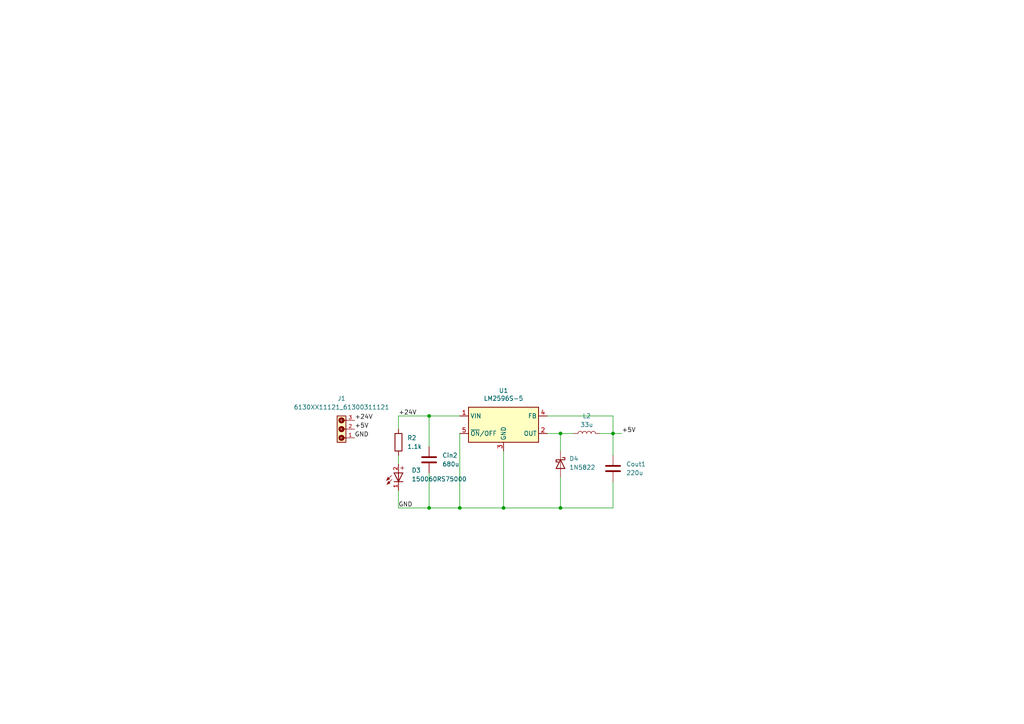
<source format=kicad_sch>
(kicad_sch
	(version 20231120)
	(generator "eeschema")
	(generator_version "8.0")
	(uuid "9de36bfe-c762-477b-8d83-06055f86edcf")
	(paper "A4")
	(lib_symbols
		(symbol "6130XX11121_61300311121:6130XX11121_61300311121"
			(pin_names
				(offset 1.016)
			)
			(exclude_from_sim no)
			(in_bom yes)
			(on_board yes)
			(property "Reference" "J"
				(at -5.08 -1.778 0)
				(effects
					(font
						(size 1.27 1.27)
					)
					(justify right bottom)
				)
			)
			(property "Value" "6130XX11121_61300311121"
				(at -5.08 -5.08 0)
				(effects
					(font
						(size 1.27 1.27)
					)
					(justify right bottom)
				)
			)
			(property "Footprint" "6130XX11121_61300311121:61300311121"
				(at 0 0 0)
				(effects
					(font
						(size 1.27 1.27)
					)
					(justify bottom)
					(hide yes)
				)
			)
			(property "Datasheet" ""
				(at 0 0 0)
				(effects
					(font
						(size 1.27 1.27)
					)
					(hide yes)
				)
			)
			(property "Description" ""
				(at 0 0 0)
				(effects
					(font
						(size 1.27 1.27)
					)
					(hide yes)
				)
			)
			(property "ROWS" "Single"
				(at 0 0 0)
				(effects
					(font
						(size 1.27 1.27)
					)
					(justify bottom)
					(hide yes)
				)
			)
			(property "GENDER" "Pin Header"
				(at 0 0 0)
				(effects
					(font
						(size 1.27 1.27)
					)
					(justify bottom)
					(hide yes)
				)
			)
			(property "MOUNT" "THT"
				(at 0 0 0)
				(effects
					(font
						(size 1.27 1.27)
					)
					(justify bottom)
					(hide yes)
				)
			)
			(property "IR" "3A"
				(at 0 0 0)
				(effects
					(font
						(size 1.27 1.27)
					)
					(justify bottom)
					(hide yes)
				)
			)
			(property "VALUE" "61300311121"
				(at 0 0 0)
				(effects
					(font
						(size 1.27 1.27)
					)
					(justify bottom)
					(hide yes)
				)
			)
			(property "PACKAGING" "Bag"
				(at 0 0 0)
				(effects
					(font
						(size 1.27 1.27)
					)
					(justify bottom)
					(hide yes)
				)
			)
			(property "PART-NUMBER" "61300311121"
				(at 0 0 0)
				(effects
					(font
						(size 1.27 1.27)
					)
					(justify bottom)
					(hide yes)
				)
			)
			(property "DATASHEET-URL" "https://www.we-online.com/redexpert/spec/61300311121?ae"
				(at 0 0 0)
				(effects
					(font
						(size 1.27 1.27)
					)
					(justify bottom)
					(hide yes)
				)
			)
			(property "PITCH" "2.54mm"
				(at 0 0 0)
				(effects
					(font
						(size 1.27 1.27)
					)
					(justify bottom)
					(hide yes)
				)
			)
			(property "PINS" "3"
				(at 0 0 0)
				(effects
					(font
						(size 1.27 1.27)
					)
					(justify bottom)
					(hide yes)
				)
			)
			(property "TYPE" "Straight"
				(at 0 0 0)
				(effects
					(font
						(size 1.27 1.27)
					)
					(justify bottom)
					(hide yes)
				)
			)
			(symbol "6130XX11121_61300311121_0_0"
				(rectangle
					(start -3.81 -2.54)
					(end 3.81 0)
					(stroke
						(width 0.254)
						(type default)
					)
					(fill
						(type background)
					)
				)
				(circle
					(center -2.54 -1.27)
					(radius 0.254)
					(stroke
						(width 0.635)
						(type default)
					)
					(fill
						(type none)
					)
				)
				(circle
					(center 0 -1.27)
					(radius 0.254)
					(stroke
						(width 0.635)
						(type default)
					)
					(fill
						(type none)
					)
				)
				(polyline
					(pts
						(xy -2.54 -1.27) (xy -2.54 -2.54)
					)
					(stroke
						(width 0.254)
						(type default)
					)
					(fill
						(type none)
					)
				)
				(polyline
					(pts
						(xy 0 -1.27) (xy 0 -2.54)
					)
					(stroke
						(width 0.254)
						(type default)
					)
					(fill
						(type none)
					)
				)
				(polyline
					(pts
						(xy 2.54 -1.27) (xy 2.54 -2.54)
					)
					(stroke
						(width 0.254)
						(type default)
					)
					(fill
						(type none)
					)
				)
				(circle
					(center 2.54 -1.27)
					(radius 0.254)
					(stroke
						(width 0.635)
						(type default)
					)
					(fill
						(type none)
					)
				)
				(pin passive line
					(at -2.54 -5.08 90)
					(length 2.54)
					(name "~"
						(effects
							(font
								(size 1.016 1.016)
							)
						)
					)
					(number "1"
						(effects
							(font
								(size 1.016 1.016)
							)
						)
					)
				)
				(pin passive line
					(at 0 -5.08 90)
					(length 2.54)
					(name "~"
						(effects
							(font
								(size 1.016 1.016)
							)
						)
					)
					(number "2"
						(effects
							(font
								(size 1.016 1.016)
							)
						)
					)
				)
				(pin passive line
					(at 2.54 -5.08 90)
					(length 2.54)
					(name "~"
						(effects
							(font
								(size 1.016 1.016)
							)
						)
					)
					(number "3"
						(effects
							(font
								(size 1.016 1.016)
							)
						)
					)
				)
			)
		)
		(symbol "Device:C"
			(pin_numbers hide)
			(pin_names
				(offset 0.254)
			)
			(exclude_from_sim no)
			(in_bom yes)
			(on_board yes)
			(property "Reference" "C"
				(at 0.635 2.54 0)
				(effects
					(font
						(size 1.27 1.27)
					)
					(justify left)
				)
			)
			(property "Value" "C"
				(at 0.635 -2.54 0)
				(effects
					(font
						(size 1.27 1.27)
					)
					(justify left)
				)
			)
			(property "Footprint" ""
				(at 0.9652 -3.81 0)
				(effects
					(font
						(size 1.27 1.27)
					)
					(hide yes)
				)
			)
			(property "Datasheet" "~"
				(at 0 0 0)
				(effects
					(font
						(size 1.27 1.27)
					)
					(hide yes)
				)
			)
			(property "Description" "Unpolarized capacitor"
				(at 0 0 0)
				(effects
					(font
						(size 1.27 1.27)
					)
					(hide yes)
				)
			)
			(property "ki_keywords" "cap capacitor"
				(at 0 0 0)
				(effects
					(font
						(size 1.27 1.27)
					)
					(hide yes)
				)
			)
			(property "ki_fp_filters" "C_*"
				(at 0 0 0)
				(effects
					(font
						(size 1.27 1.27)
					)
					(hide yes)
				)
			)
			(symbol "C_0_1"
				(polyline
					(pts
						(xy -2.032 -0.762) (xy 2.032 -0.762)
					)
					(stroke
						(width 0.508)
						(type default)
					)
					(fill
						(type none)
					)
				)
				(polyline
					(pts
						(xy -2.032 0.762) (xy 2.032 0.762)
					)
					(stroke
						(width 0.508)
						(type default)
					)
					(fill
						(type none)
					)
				)
			)
			(symbol "C_1_1"
				(pin passive line
					(at 0 3.81 270)
					(length 2.794)
					(name "~"
						(effects
							(font
								(size 1.27 1.27)
							)
						)
					)
					(number "1"
						(effects
							(font
								(size 1.27 1.27)
							)
						)
					)
				)
				(pin passive line
					(at 0 -3.81 90)
					(length 2.794)
					(name "~"
						(effects
							(font
								(size 1.27 1.27)
							)
						)
					)
					(number "2"
						(effects
							(font
								(size 1.27 1.27)
							)
						)
					)
				)
			)
		)
		(symbol "Device:L"
			(pin_numbers hide)
			(pin_names
				(offset 1.016) hide)
			(exclude_from_sim no)
			(in_bom yes)
			(on_board yes)
			(property "Reference" "L"
				(at -1.27 0 90)
				(effects
					(font
						(size 1.27 1.27)
					)
				)
			)
			(property "Value" "L"
				(at 1.905 0 90)
				(effects
					(font
						(size 1.27 1.27)
					)
				)
			)
			(property "Footprint" ""
				(at 0 0 0)
				(effects
					(font
						(size 1.27 1.27)
					)
					(hide yes)
				)
			)
			(property "Datasheet" "~"
				(at 0 0 0)
				(effects
					(font
						(size 1.27 1.27)
					)
					(hide yes)
				)
			)
			(property "Description" "Inductor"
				(at 0 0 0)
				(effects
					(font
						(size 1.27 1.27)
					)
					(hide yes)
				)
			)
			(property "ki_keywords" "inductor choke coil reactor magnetic"
				(at 0 0 0)
				(effects
					(font
						(size 1.27 1.27)
					)
					(hide yes)
				)
			)
			(property "ki_fp_filters" "Choke_* *Coil* Inductor_* L_*"
				(at 0 0 0)
				(effects
					(font
						(size 1.27 1.27)
					)
					(hide yes)
				)
			)
			(symbol "L_0_1"
				(arc
					(start 0 -2.54)
					(mid 0.6323 -1.905)
					(end 0 -1.27)
					(stroke
						(width 0)
						(type default)
					)
					(fill
						(type none)
					)
				)
				(arc
					(start 0 -1.27)
					(mid 0.6323 -0.635)
					(end 0 0)
					(stroke
						(width 0)
						(type default)
					)
					(fill
						(type none)
					)
				)
				(arc
					(start 0 0)
					(mid 0.6323 0.635)
					(end 0 1.27)
					(stroke
						(width 0)
						(type default)
					)
					(fill
						(type none)
					)
				)
				(arc
					(start 0 1.27)
					(mid 0.6323 1.905)
					(end 0 2.54)
					(stroke
						(width 0)
						(type default)
					)
					(fill
						(type none)
					)
				)
			)
			(symbol "L_1_1"
				(pin passive line
					(at 0 3.81 270)
					(length 1.27)
					(name "1"
						(effects
							(font
								(size 1.27 1.27)
							)
						)
					)
					(number "1"
						(effects
							(font
								(size 1.27 1.27)
							)
						)
					)
				)
				(pin passive line
					(at 0 -3.81 90)
					(length 1.27)
					(name "2"
						(effects
							(font
								(size 1.27 1.27)
							)
						)
					)
					(number "2"
						(effects
							(font
								(size 1.27 1.27)
							)
						)
					)
				)
			)
		)
		(symbol "Device:R"
			(pin_numbers hide)
			(pin_names
				(offset 0)
			)
			(exclude_from_sim no)
			(in_bom yes)
			(on_board yes)
			(property "Reference" "R"
				(at 2.032 0 90)
				(effects
					(font
						(size 1.27 1.27)
					)
				)
			)
			(property "Value" "R"
				(at 0 0 90)
				(effects
					(font
						(size 1.27 1.27)
					)
				)
			)
			(property "Footprint" ""
				(at -1.778 0 90)
				(effects
					(font
						(size 1.27 1.27)
					)
					(hide yes)
				)
			)
			(property "Datasheet" "~"
				(at 0 0 0)
				(effects
					(font
						(size 1.27 1.27)
					)
					(hide yes)
				)
			)
			(property "Description" "Resistor"
				(at 0 0 0)
				(effects
					(font
						(size 1.27 1.27)
					)
					(hide yes)
				)
			)
			(property "ki_keywords" "R res resistor"
				(at 0 0 0)
				(effects
					(font
						(size 1.27 1.27)
					)
					(hide yes)
				)
			)
			(property "ki_fp_filters" "R_*"
				(at 0 0 0)
				(effects
					(font
						(size 1.27 1.27)
					)
					(hide yes)
				)
			)
			(symbol "R_0_1"
				(rectangle
					(start -1.016 -2.54)
					(end 1.016 2.54)
					(stroke
						(width 0.254)
						(type default)
					)
					(fill
						(type none)
					)
				)
			)
			(symbol "R_1_1"
				(pin passive line
					(at 0 3.81 270)
					(length 1.27)
					(name "~"
						(effects
							(font
								(size 1.27 1.27)
							)
						)
					)
					(number "1"
						(effects
							(font
								(size 1.27 1.27)
							)
						)
					)
				)
				(pin passive line
					(at 0 -3.81 90)
					(length 1.27)
					(name "~"
						(effects
							(font
								(size 1.27 1.27)
							)
						)
					)
					(number "2"
						(effects
							(font
								(size 1.27 1.27)
							)
						)
					)
				)
			)
		)
		(symbol "Diode:1N5822"
			(pin_numbers hide)
			(pin_names
				(offset 1.016) hide)
			(exclude_from_sim no)
			(in_bom yes)
			(on_board yes)
			(property "Reference" "D"
				(at 0 2.54 0)
				(effects
					(font
						(size 1.27 1.27)
					)
				)
			)
			(property "Value" "1N5822"
				(at 0 -2.54 0)
				(effects
					(font
						(size 1.27 1.27)
					)
				)
			)
			(property "Footprint" "Diode_THT:D_DO-201AD_P15.24mm_Horizontal"
				(at 0 -4.445 0)
				(effects
					(font
						(size 1.27 1.27)
					)
					(hide yes)
				)
			)
			(property "Datasheet" "http://www.vishay.com/docs/88526/1n5820.pdf"
				(at 0 0 0)
				(effects
					(font
						(size 1.27 1.27)
					)
					(hide yes)
				)
			)
			(property "Description" "40V 3A Schottky Barrier Rectifier Diode, DO-201AD"
				(at 0 0 0)
				(effects
					(font
						(size 1.27 1.27)
					)
					(hide yes)
				)
			)
			(property "ki_keywords" "diode Schottky"
				(at 0 0 0)
				(effects
					(font
						(size 1.27 1.27)
					)
					(hide yes)
				)
			)
			(property "ki_fp_filters" "D*DO?201AD*"
				(at 0 0 0)
				(effects
					(font
						(size 1.27 1.27)
					)
					(hide yes)
				)
			)
			(symbol "1N5822_0_1"
				(polyline
					(pts
						(xy 1.27 0) (xy -1.27 0)
					)
					(stroke
						(width 0)
						(type default)
					)
					(fill
						(type none)
					)
				)
				(polyline
					(pts
						(xy 1.27 1.27) (xy 1.27 -1.27) (xy -1.27 0) (xy 1.27 1.27)
					)
					(stroke
						(width 0.254)
						(type default)
					)
					(fill
						(type none)
					)
				)
				(polyline
					(pts
						(xy -1.905 0.635) (xy -1.905 1.27) (xy -1.27 1.27) (xy -1.27 -1.27) (xy -0.635 -1.27) (xy -0.635 -0.635)
					)
					(stroke
						(width 0.254)
						(type default)
					)
					(fill
						(type none)
					)
				)
			)
			(symbol "1N5822_1_1"
				(pin passive line
					(at -3.81 0 0)
					(length 2.54)
					(name "K"
						(effects
							(font
								(size 1.27 1.27)
							)
						)
					)
					(number "1"
						(effects
							(font
								(size 1.27 1.27)
							)
						)
					)
				)
				(pin passive line
					(at 3.81 0 180)
					(length 2.54)
					(name "A"
						(effects
							(font
								(size 1.27 1.27)
							)
						)
					)
					(number "2"
						(effects
							(font
								(size 1.27 1.27)
							)
						)
					)
				)
			)
		)
		(symbol "Regulator_Switching:LM2596S-5"
			(exclude_from_sim no)
			(in_bom yes)
			(on_board yes)
			(property "Reference" "U"
				(at -10.16 6.35 0)
				(effects
					(font
						(size 1.27 1.27)
					)
					(justify left)
				)
			)
			(property "Value" "LM2596S-5"
				(at 0 6.35 0)
				(effects
					(font
						(size 1.27 1.27)
					)
					(justify left)
				)
			)
			(property "Footprint" "Package_TO_SOT_SMD:TO-263-5_TabPin3"
				(at 1.27 -6.35 0)
				(effects
					(font
						(size 1.27 1.27)
						(italic yes)
					)
					(justify left)
					(hide yes)
				)
			)
			(property "Datasheet" "http://www.ti.com/lit/ds/symlink/lm2596.pdf"
				(at 0 0 0)
				(effects
					(font
						(size 1.27 1.27)
					)
					(hide yes)
				)
			)
			(property "Description" "5V 3A Step-Down Voltage Regulator, TO-263"
				(at 0 0 0)
				(effects
					(font
						(size 1.27 1.27)
					)
					(hide yes)
				)
			)
			(property "ki_keywords" "Step-Down Voltage Regulator 5V 3A"
				(at 0 0 0)
				(effects
					(font
						(size 1.27 1.27)
					)
					(hide yes)
				)
			)
			(property "ki_fp_filters" "TO?263*"
				(at 0 0 0)
				(effects
					(font
						(size 1.27 1.27)
					)
					(hide yes)
				)
			)
			(symbol "LM2596S-5_0_1"
				(rectangle
					(start -10.16 5.08)
					(end 10.16 -5.08)
					(stroke
						(width 0.254)
						(type default)
					)
					(fill
						(type background)
					)
				)
			)
			(symbol "LM2596S-5_1_1"
				(pin power_in line
					(at -12.7 2.54 0)
					(length 2.54)
					(name "VIN"
						(effects
							(font
								(size 1.27 1.27)
							)
						)
					)
					(number "1"
						(effects
							(font
								(size 1.27 1.27)
							)
						)
					)
				)
				(pin output line
					(at 12.7 -2.54 180)
					(length 2.54)
					(name "OUT"
						(effects
							(font
								(size 1.27 1.27)
							)
						)
					)
					(number "2"
						(effects
							(font
								(size 1.27 1.27)
							)
						)
					)
				)
				(pin power_in line
					(at 0 -7.62 90)
					(length 2.54)
					(name "GND"
						(effects
							(font
								(size 1.27 1.27)
							)
						)
					)
					(number "3"
						(effects
							(font
								(size 1.27 1.27)
							)
						)
					)
				)
				(pin input line
					(at 12.7 2.54 180)
					(length 2.54)
					(name "FB"
						(effects
							(font
								(size 1.27 1.27)
							)
						)
					)
					(number "4"
						(effects
							(font
								(size 1.27 1.27)
							)
						)
					)
				)
				(pin input line
					(at -12.7 -2.54 0)
					(length 2.54)
					(name "~{ON}/OFF"
						(effects
							(font
								(size 1.27 1.27)
							)
						)
					)
					(number "5"
						(effects
							(font
								(size 1.27 1.27)
							)
						)
					)
				)
			)
		)
		(symbol "WL-SMCW_0603:WL-SMCW_0603"
			(pin_names
				(offset 1.016)
			)
			(exclude_from_sim no)
			(in_bom yes)
			(on_board yes)
			(property "Reference" "D"
				(at -1.988 3.972 0)
				(effects
					(font
						(size 1.27 1.27)
					)
					(justify left bottom)
				)
			)
			(property "Value" "WL-SMCW_0603"
				(at -2.628 -3.928 0)
				(effects
					(font
						(size 1.27 1.27)
					)
					(justify left bottom)
				)
			)
			(property "Footprint" "WL-SMCW_0603:WL-SMCW_0603"
				(at 0 0 0)
				(effects
					(font
						(size 1.27 1.27)
					)
					(justify bottom)
					(hide yes)
				)
			)
			(property "Datasheet" ""
				(at 0 0 0)
				(effects
					(font
						(size 1.27 1.27)
					)
					(hide yes)
				)
			)
			(property "Description" ""
				(at 0 0 0)
				(effects
					(font
						(size 1.27 1.27)
					)
					(hide yes)
				)
			)
			(symbol "WL-SMCW_0603_0_0"
				(polyline
					(pts
						(xy 0 -1.27) (xy 0 0)
					)
					(stroke
						(width 0.254)
						(type default)
					)
					(fill
						(type none)
					)
				)
				(polyline
					(pts
						(xy 0 0) (xy 0 1.27)
					)
					(stroke
						(width 0.254)
						(type default)
					)
					(fill
						(type none)
					)
				)
				(polyline
					(pts
						(xy 0 0) (xy 2.54 0)
					)
					(stroke
						(width 0.254)
						(type default)
					)
					(fill
						(type none)
					)
				)
				(polyline
					(pts
						(xy 0 0) (xy 2.54 1.27)
					)
					(stroke
						(width 0.254)
						(type default)
					)
					(fill
						(type none)
					)
				)
				(polyline
					(pts
						(xy 0.635 1.905) (xy -0.762 3.302)
					)
					(stroke
						(width 0.1524)
						(type default)
					)
					(fill
						(type none)
					)
				)
				(polyline
					(pts
						(xy 1.778 2.032) (xy 0.381 3.429)
					)
					(stroke
						(width 0.1524)
						(type default)
					)
					(fill
						(type none)
					)
				)
				(polyline
					(pts
						(xy 2.54 -1.27) (xy 0 0)
					)
					(stroke
						(width 0.254)
						(type default)
					)
					(fill
						(type none)
					)
				)
				(polyline
					(pts
						(xy 2.54 -1.27) (xy 2.54 0)
					)
					(stroke
						(width 0.254)
						(type default)
					)
					(fill
						(type none)
					)
				)
				(polyline
					(pts
						(xy 2.54 0) (xy 2.54 1.27)
					)
					(stroke
						(width 0.254)
						(type default)
					)
					(fill
						(type none)
					)
				)
				(polyline
					(pts
						(xy -0.762 3.302) (xy 0.127 2.921) (xy -0.381 2.413) (xy -0.762 3.302)
					)
					(stroke
						(width 0.1524)
						(type default)
					)
					(fill
						(type outline)
					)
				)
				(polyline
					(pts
						(xy 0.381 3.429) (xy 1.27 3.048) (xy 0.762 2.54) (xy 0.381 3.429)
					)
					(stroke
						(width 0.1524)
						(type default)
					)
					(fill
						(type outline)
					)
				)
				(text "+"
					(at 3.08 -1.74 0)
					(effects
						(font
							(size 1.27 1.27)
						)
						(justify left bottom)
					)
				)
				(pin passive line
					(at -2.54 0 0)
					(length 2.54)
					(name "~"
						(effects
							(font
								(size 1.016 1.016)
							)
						)
					)
					(number "1"
						(effects
							(font
								(size 1.016 1.016)
							)
						)
					)
				)
				(pin passive line
					(at 5.08 0 180)
					(length 2.54)
					(name "~"
						(effects
							(font
								(size 1.016 1.016)
							)
						)
					)
					(number "2"
						(effects
							(font
								(size 1.016 1.016)
							)
						)
					)
				)
			)
		)
	)
	(junction
		(at 133.35 147.32)
		(diameter 0)
		(color 0 0 0 0)
		(uuid "17cf66f2-7bf8-4d05-be85-b1184b1b42eb")
	)
	(junction
		(at 124.46 147.32)
		(diameter 0)
		(color 0 0 0 0)
		(uuid "2e54cf9e-bc8a-48f9-9bf3-fbd386c5f6e1")
	)
	(junction
		(at 162.56 147.32)
		(diameter 0)
		(color 0 0 0 0)
		(uuid "46416230-6d5f-4b99-9b04-f9cbf2cfde1c")
	)
	(junction
		(at 124.46 120.65)
		(diameter 0)
		(color 0 0 0 0)
		(uuid "67797f4a-085c-406f-a3f5-05d1f205fe9f")
	)
	(junction
		(at 177.8 125.73)
		(diameter 0)
		(color 0 0 0 0)
		(uuid "9c2d8074-e57e-47e6-b264-0e1e5ddfe8fe")
	)
	(junction
		(at 146.05 147.32)
		(diameter 0)
		(color 0 0 0 0)
		(uuid "a1ab8ec4-7a08-4968-9479-352b5da4db8b")
	)
	(junction
		(at 162.56 125.73)
		(diameter 0)
		(color 0 0 0 0)
		(uuid "b32a69b3-185a-41d8-aafb-2ddc3c86352e")
	)
	(wire
		(pts
			(xy 162.56 125.73) (xy 166.37 125.73)
		)
		(stroke
			(width 0)
			(type default)
		)
		(uuid "081b6978-5f45-49ab-bd3e-a47adc74104d")
	)
	(wire
		(pts
			(xy 177.8 120.65) (xy 177.8 125.73)
		)
		(stroke
			(width 0)
			(type default)
		)
		(uuid "1321800a-6beb-4290-b7d7-73391b927886")
	)
	(wire
		(pts
			(xy 115.57 120.65) (xy 115.57 124.46)
		)
		(stroke
			(width 0)
			(type default)
		)
		(uuid "224d412f-25b1-4bf3-baf2-108f5d41b14b")
	)
	(wire
		(pts
			(xy 133.35 125.73) (xy 133.35 147.32)
		)
		(stroke
			(width 0)
			(type default)
		)
		(uuid "27d5cfed-9292-4813-971f-047927cac0d8")
	)
	(wire
		(pts
			(xy 158.75 125.73) (xy 162.56 125.73)
		)
		(stroke
			(width 0)
			(type default)
		)
		(uuid "41449da6-54f4-444a-be2b-d0b7c4969df1")
	)
	(wire
		(pts
			(xy 177.8 132.08) (xy 177.8 125.73)
		)
		(stroke
			(width 0)
			(type default)
		)
		(uuid "45836f64-14a2-4a69-bcd5-76d58fa0654f")
	)
	(wire
		(pts
			(xy 124.46 129.54) (xy 124.46 120.65)
		)
		(stroke
			(width 0)
			(type default)
		)
		(uuid "60a3807f-9ef2-4321-9c28-bd26fa97fc16")
	)
	(wire
		(pts
			(xy 124.46 147.32) (xy 133.35 147.32)
		)
		(stroke
			(width 0)
			(type default)
		)
		(uuid "66bfa5d0-07b3-4db8-9734-2b3a54ccd52a")
	)
	(wire
		(pts
			(xy 146.05 147.32) (xy 162.56 147.32)
		)
		(stroke
			(width 0)
			(type default)
		)
		(uuid "6a909986-b329-40b6-bb6b-ea057622a433")
	)
	(wire
		(pts
			(xy 177.8 139.7) (xy 177.8 147.32)
		)
		(stroke
			(width 0)
			(type default)
		)
		(uuid "87dae479-4840-4365-a019-ef0988c72d56")
	)
	(wire
		(pts
			(xy 115.57 132.08) (xy 115.57 134.62)
		)
		(stroke
			(width 0)
			(type default)
		)
		(uuid "8ad68185-1e86-4273-b0fe-ed81504c949e")
	)
	(wire
		(pts
			(xy 124.46 137.16) (xy 124.46 147.32)
		)
		(stroke
			(width 0)
			(type default)
		)
		(uuid "9c9ffbf5-4806-4ca9-9cf7-7dd8f1c8b1c0")
	)
	(wire
		(pts
			(xy 146.05 130.81) (xy 146.05 147.32)
		)
		(stroke
			(width 0)
			(type default)
		)
		(uuid "a7676c79-26e1-4366-9e56-30545070a61e")
	)
	(wire
		(pts
			(xy 177.8 125.73) (xy 180.34 125.73)
		)
		(stroke
			(width 0)
			(type default)
		)
		(uuid "b9563b15-6a9c-4153-aacd-68fe345f4229")
	)
	(wire
		(pts
			(xy 133.35 147.32) (xy 146.05 147.32)
		)
		(stroke
			(width 0)
			(type default)
		)
		(uuid "b9edf26f-6c31-42fa-bf3e-7224ea58d617")
	)
	(wire
		(pts
			(xy 158.75 120.65) (xy 177.8 120.65)
		)
		(stroke
			(width 0)
			(type default)
		)
		(uuid "c0ad0c6f-555e-4cdd-99ad-edd8fe8997a1")
	)
	(wire
		(pts
			(xy 162.56 130.81) (xy 162.56 125.73)
		)
		(stroke
			(width 0)
			(type default)
		)
		(uuid "c1d38ede-56f4-4021-8ddf-713ef986adcf")
	)
	(wire
		(pts
			(xy 124.46 120.65) (xy 133.35 120.65)
		)
		(stroke
			(width 0)
			(type default)
		)
		(uuid "cd927f95-0156-4247-9d2d-94300d6b4e38")
	)
	(wire
		(pts
			(xy 162.56 147.32) (xy 177.8 147.32)
		)
		(stroke
			(width 0)
			(type default)
		)
		(uuid "d4921b5c-9165-4bc8-b84f-3156cac1b885")
	)
	(wire
		(pts
			(xy 173.99 125.73) (xy 177.8 125.73)
		)
		(stroke
			(width 0)
			(type default)
		)
		(uuid "d7715fa3-7890-4c82-94a4-fdf7cbe19584")
	)
	(wire
		(pts
			(xy 115.57 142.24) (xy 115.57 147.32)
		)
		(stroke
			(width 0)
			(type default)
		)
		(uuid "dae7ff1c-1a48-4df7-b17e-d2f99a691f4b")
	)
	(wire
		(pts
			(xy 162.56 138.43) (xy 162.56 147.32)
		)
		(stroke
			(width 0)
			(type default)
		)
		(uuid "df7ed804-b4a2-4476-9bf6-0aaf2cd776e8")
	)
	(wire
		(pts
			(xy 115.57 120.65) (xy 124.46 120.65)
		)
		(stroke
			(width 0)
			(type default)
		)
		(uuid "e9e437b9-0bad-46ef-9a9b-8983c72558ba")
	)
	(wire
		(pts
			(xy 115.57 147.32) (xy 124.46 147.32)
		)
		(stroke
			(width 0)
			(type default)
		)
		(uuid "feb6051f-2cfe-4a46-a346-5e1952f3a184")
	)
	(label "GND"
		(at 115.57 147.32 0)
		(fields_autoplaced yes)
		(effects
			(font
				(size 1.27 1.27)
			)
			(justify left bottom)
		)
		(uuid "2db01aa2-72f4-43e6-8c27-d6468c68f364")
	)
	(label "GND"
		(at 102.87 127 0)
		(fields_autoplaced yes)
		(effects
			(font
				(size 1.27 1.27)
			)
			(justify left bottom)
		)
		(uuid "495788af-4f91-4d75-ac22-0d6b00ffa48b")
	)
	(label "+5V"
		(at 180.34 125.73 0)
		(fields_autoplaced yes)
		(effects
			(font
				(size 1.27 1.27)
			)
			(justify left bottom)
		)
		(uuid "6232047e-cc7d-4db7-b34c-8db2d5ecf9ee")
	)
	(label "+24V"
		(at 115.57 120.65 0)
		(fields_autoplaced yes)
		(effects
			(font
				(size 1.27 1.27)
			)
			(justify left bottom)
		)
		(uuid "751849ee-720d-49c8-aefd-d77d75ee9962")
	)
	(label "+5V"
		(at 102.87 124.46 0)
		(fields_autoplaced yes)
		(effects
			(font
				(size 1.27 1.27)
			)
			(justify left bottom)
		)
		(uuid "84c49d4e-e22b-4f89-8531-f0344bc0946e")
	)
	(label "+24V"
		(at 102.87 121.92 0)
		(fields_autoplaced yes)
		(effects
			(font
				(size 1.27 1.27)
			)
			(justify left bottom)
		)
		(uuid "d1cdcf99-0e95-4041-a7eb-d621fa31d333")
	)
	(symbol
		(lib_id "6130XX11121_61300311121:6130XX11121_61300311121")
		(at 97.79 124.46 90)
		(unit 1)
		(exclude_from_sim no)
		(in_bom yes)
		(on_board yes)
		(dnp no)
		(fields_autoplaced yes)
		(uuid "0a2d5810-4a65-41b7-9479-05430656bd3d")
		(property "Reference" "J1"
			(at 99.06 115.57 90)
			(effects
				(font
					(size 1.27 1.27)
				)
			)
		)
		(property "Value" "6130XX11121_61300311121"
			(at 99.06 118.11 90)
			(effects
				(font
					(size 1.27 1.27)
				)
			)
		)
		(property "Footprint" "61300311121:61300311121"
			(at 97.79 124.46 0)
			(effects
				(font
					(size 1.27 1.27)
				)
				(justify bottom)
				(hide yes)
			)
		)
		(property "Datasheet" ""
			(at 97.79 124.46 0)
			(effects
				(font
					(size 1.27 1.27)
				)
				(hide yes)
			)
		)
		(property "Description" ""
			(at 97.79 124.46 0)
			(effects
				(font
					(size 1.27 1.27)
				)
				(hide yes)
			)
		)
		(property "ROWS" "Single"
			(at 97.79 124.46 0)
			(effects
				(font
					(size 1.27 1.27)
				)
				(justify bottom)
				(hide yes)
			)
		)
		(property "GENDER" "Pin Header"
			(at 97.79 124.46 0)
			(effects
				(font
					(size 1.27 1.27)
				)
				(justify bottom)
				(hide yes)
			)
		)
		(property "MOUNT" "THT"
			(at 97.79 124.46 0)
			(effects
				(font
					(size 1.27 1.27)
				)
				(justify bottom)
				(hide yes)
			)
		)
		(property "IR" "3A"
			(at 97.79 124.46 0)
			(effects
				(font
					(size 1.27 1.27)
				)
				(justify bottom)
				(hide yes)
			)
		)
		(property "VALUE" "61300311121"
			(at 97.79 124.46 0)
			(effects
				(font
					(size 1.27 1.27)
				)
				(justify bottom)
				(hide yes)
			)
		)
		(property "PACKAGING" "Bag"
			(at 97.79 124.46 0)
			(effects
				(font
					(size 1.27 1.27)
				)
				(justify bottom)
				(hide yes)
			)
		)
		(property "PART-NUMBER" "61300311121"
			(at 97.79 124.46 0)
			(effects
				(font
					(size 1.27 1.27)
				)
				(justify bottom)
				(hide yes)
			)
		)
		(property "DATASHEET-URL" "https://www.we-online.com/redexpert/spec/61300311121?ae"
			(at 97.79 124.46 0)
			(effects
				(font
					(size 1.27 1.27)
				)
				(justify bottom)
				(hide yes)
			)
		)
		(property "PITCH" "2.54mm"
			(at 97.79 124.46 0)
			(effects
				(font
					(size 1.27 1.27)
				)
				(justify bottom)
				(hide yes)
			)
		)
		(property "PINS" "3"
			(at 97.79 124.46 0)
			(effects
				(font
					(size 1.27 1.27)
				)
				(justify bottom)
				(hide yes)
			)
		)
		(property "TYPE" "Straight"
			(at 97.79 124.46 0)
			(effects
				(font
					(size 1.27 1.27)
				)
				(justify bottom)
				(hide yes)
			)
		)
		(pin "3"
			(uuid "bdc84281-db23-4c85-9e20-7175ab374a66")
		)
		(pin "2"
			(uuid "f94299af-5fb3-497b-8127-09145ff0b642")
		)
		(pin "1"
			(uuid "5d7f6894-7479-4bef-8789-3019284a3f0c")
		)
		(instances
			(project ""
				(path "/9de36bfe-c762-477b-8d83-06055f86edcf"
					(reference "J1")
					(unit 1)
				)
			)
		)
	)
	(symbol
		(lib_id "Diode:1N5822")
		(at 162.56 134.62 270)
		(unit 1)
		(exclude_from_sim no)
		(in_bom yes)
		(on_board yes)
		(dnp no)
		(fields_autoplaced yes)
		(uuid "27b0d200-f9d9-40d9-ac8b-9d109047a28e")
		(property "Reference" "D4"
			(at 165.1 133.0324 90)
			(effects
				(font
					(size 1.27 1.27)
				)
				(justify left)
			)
		)
		(property "Value" "1N5822"
			(at 165.1 135.5724 90)
			(effects
				(font
					(size 1.27 1.27)
				)
				(justify left)
			)
		)
		(property "Footprint" "Diode_THT:D_DO-201AD_P15.24mm_Horizontal"
			(at 158.115 134.62 0)
			(effects
				(font
					(size 1.27 1.27)
				)
				(hide yes)
			)
		)
		(property "Datasheet" "http://www.vishay.com/docs/88526/1n5820.pdf"
			(at 162.56 134.62 0)
			(effects
				(font
					(size 1.27 1.27)
				)
				(hide yes)
			)
		)
		(property "Description" "40V 3A Schottky Barrier Rectifier Diode, DO-201AD"
			(at 162.56 134.62 0)
			(effects
				(font
					(size 1.27 1.27)
				)
				(hide yes)
			)
		)
		(pin "2"
			(uuid "67c76b6f-a5b3-4825-96e5-4936f55b7b6c")
		)
		(pin "1"
			(uuid "e8111cf9-f9cb-4ae3-9ef7-7f26cac80dcd")
		)
		(instances
			(project "Buck5"
				(path "/9de36bfe-c762-477b-8d83-06055f86edcf"
					(reference "D4")
					(unit 1)
				)
			)
		)
	)
	(symbol
		(lib_id "Device:L")
		(at 170.18 125.73 90)
		(unit 1)
		(exclude_from_sim no)
		(in_bom yes)
		(on_board yes)
		(dnp no)
		(fields_autoplaced yes)
		(uuid "3220c185-f67b-494c-b95b-0613e9bb750c")
		(property "Reference" "L2"
			(at 170.18 120.65 90)
			(effects
				(font
					(size 1.27 1.27)
				)
			)
		)
		(property "Value" "33u"
			(at 170.18 123.19 90)
			(effects
				(font
					(size 1.27 1.27)
				)
			)
		)
		(property "Footprint" "NLCV32T_330K_EF:INDM3225X240N"
			(at 170.18 125.73 0)
			(effects
				(font
					(size 1.27 1.27)
				)
				(hide yes)
			)
		)
		(property "Datasheet" "https://product.tdk.com/en/system/files?file=dam/doc/product/inductor/inductor/smd/catalog/inductor_commercial_decoupling_nlcv32-ef_en.pdf"
			(at 170.18 125.73 0)
			(effects
				(font
					(size 1.27 1.27)
				)
				(hide yes)
			)
		)
		(property "Description" "Inductor"
			(at 170.18 125.73 0)
			(effects
				(font
					(size 1.27 1.27)
				)
				(hide yes)
			)
		)
		(pin "1"
			(uuid "9ff05e07-3172-43e3-b420-19ae05cc19bc")
		)
		(pin "2"
			(uuid "88e93b9c-8c09-4b95-845d-94227517b391")
		)
		(instances
			(project "Buck5"
				(path "/9de36bfe-c762-477b-8d83-06055f86edcf"
					(reference "L2")
					(unit 1)
				)
			)
		)
	)
	(symbol
		(lib_id "Device:C")
		(at 177.8 135.89 0)
		(unit 1)
		(exclude_from_sim no)
		(in_bom yes)
		(on_board yes)
		(dnp no)
		(fields_autoplaced yes)
		(uuid "519a9dc0-e296-46f0-9c4f-bb205feb5f4b")
		(property "Reference" "Cout1"
			(at 181.61 134.6199 0)
			(effects
				(font
					(size 1.27 1.27)
				)
				(justify left)
			)
		)
		(property "Value" "220u"
			(at 181.61 137.1599 0)
			(effects
				(font
					(size 1.27 1.27)
				)
				(justify left)
			)
		)
		(property "Footprint" "footprints:CAP_YX_6P3X11_RUB"
			(at 178.7652 139.7 0)
			(effects
				(font
					(size 1.27 1.27)
				)
				(hide yes)
			)
		)
		(property "Datasheet" "https://www.rubycon.co.jp/wp-content/uploads/catalog-aluminum/YXJ.pdf"
			(at 177.8 135.89 0)
			(effects
				(font
					(size 1.27 1.27)
				)
				(hide yes)
			)
		)
		(property "Description" "Unpolarized capacitor"
			(at 177.8 135.89 0)
			(effects
				(font
					(size 1.27 1.27)
				)
				(hide yes)
			)
		)
		(pin "1"
			(uuid "9edc5b1c-6caf-4189-86f2-6ffc885299d4")
		)
		(pin "2"
			(uuid "31430706-d0f5-4d70-990c-1f6b1fec37e5")
		)
		(instances
			(project "Buck5"
				(path "/9de36bfe-c762-477b-8d83-06055f86edcf"
					(reference "Cout1")
					(unit 1)
				)
			)
		)
	)
	(symbol
		(lib_id "Regulator_Switching:LM2596S-5")
		(at 146.05 123.19 0)
		(unit 1)
		(exclude_from_sim no)
		(in_bom yes)
		(on_board yes)
		(dnp no)
		(uuid "7ca24ac1-4aaf-4473-a763-e923a2a694a2")
		(property "Reference" "U1"
			(at 146.05 113.284 0)
			(effects
				(font
					(size 1.27 1.27)
				)
			)
		)
		(property "Value" "LM2596S-5"
			(at 146.05 115.57 0)
			(effects
				(font
					(size 1.27 1.27)
				)
			)
		)
		(property "Footprint" "Package_TO_SOT_SMD:TO-263-5_TabPin3"
			(at 147.32 129.54 0)
			(effects
				(font
					(size 1.27 1.27)
					(italic yes)
				)
				(justify left)
				(hide yes)
			)
		)
		(property "Datasheet" "http://www.ti.com/lit/ds/symlink/lm2596.pdf"
			(at 146.05 123.19 0)
			(effects
				(font
					(size 1.27 1.27)
				)
				(hide yes)
			)
		)
		(property "Description" "5V 3A Step-Down Voltage Regulator, TO-263"
			(at 146.05 123.19 0)
			(effects
				(font
					(size 1.27 1.27)
				)
				(hide yes)
			)
		)
		(pin "2"
			(uuid "5961ab17-d93f-4c54-8d48-6ebba463e148")
		)
		(pin "3"
			(uuid "b86a6a83-d053-4d53-9c11-6de8acbf0b85")
		)
		(pin "4"
			(uuid "53d0c446-7541-443b-8c03-c3ea5967ef08")
		)
		(pin "5"
			(uuid "5176fbc3-a357-4ac1-9c92-8ef1fefdc715")
		)
		(pin "1"
			(uuid "6f9e574c-564a-41d7-9baf-d75272188e4d")
		)
		(instances
			(project "Buck5"
				(path "/9de36bfe-c762-477b-8d83-06055f86edcf"
					(reference "U1")
					(unit 1)
				)
			)
		)
	)
	(symbol
		(lib_id "WL-SMCW_0603:WL-SMCW_0603")
		(at 115.57 139.7 90)
		(unit 1)
		(exclude_from_sim no)
		(in_bom yes)
		(on_board yes)
		(dnp no)
		(fields_autoplaced yes)
		(uuid "8935e782-9b40-4aaa-a16e-d9ccf83c0ce1")
		(property "Reference" "D3"
			(at 119.38 136.4116 90)
			(effects
				(font
					(size 1.27 1.27)
				)
				(justify right)
			)
		)
		(property "Value" "150060RS75000"
			(at 119.38 138.9516 90)
			(effects
				(font
					(size 1.27 1.27)
				)
				(justify right)
			)
		)
		(property "Footprint" "WL-SMCW_0603:WL-SMCW_0603"
			(at 115.57 139.7 0)
			(effects
				(font
					(size 1.27 1.27)
				)
				(justify bottom)
				(hide yes)
			)
		)
		(property "Datasheet" "https://www.we-online.com/components/products/datasheet/150060RS75000.pdf"
			(at 115.57 139.7 0)
			(effects
				(font
					(size 1.27 1.27)
				)
				(hide yes)
			)
		)
		(property "Description" "Light emitting diode"
			(at 115.57 139.7 0)
			(effects
				(font
					(size 1.27 1.27)
				)
				(hide yes)
			)
		)
		(pin "2"
			(uuid "ae32ca38-c6e6-4265-9ee3-a3004319f279")
		)
		(pin "1"
			(uuid "832417df-0d26-4b15-9aeb-97999cac8c41")
		)
		(instances
			(project "Buck5"
				(path "/9de36bfe-c762-477b-8d83-06055f86edcf"
					(reference "D3")
					(unit 1)
				)
			)
		)
	)
	(symbol
		(lib_id "Device:R")
		(at 115.57 128.27 0)
		(unit 1)
		(exclude_from_sim no)
		(in_bom yes)
		(on_board yes)
		(dnp no)
		(fields_autoplaced yes)
		(uuid "be369a1d-9051-4610-8446-0c89a5ad4ea8")
		(property "Reference" "R2"
			(at 118.11 126.9999 0)
			(effects
				(font
					(size 1.27 1.27)
				)
				(justify left)
			)
		)
		(property "Value" "1.1k"
			(at 118.11 129.5399 0)
			(effects
				(font
					(size 1.27 1.27)
				)
				(justify left)
			)
		)
		(property "Footprint" "RMCF0805JT1K10:RESC2012X65N"
			(at 113.792 128.27 90)
			(effects
				(font
					(size 1.27 1.27)
				)
				(hide yes)
			)
		)
		(property "Datasheet" "https://www.seielect.com/catalog/sei-rmcf_rmcp.pdf"
			(at 115.57 128.27 0)
			(effects
				(font
					(size 1.27 1.27)
				)
				(hide yes)
			)
		)
		(property "Description" "Resistor"
			(at 115.57 128.27 0)
			(effects
				(font
					(size 1.27 1.27)
				)
				(hide yes)
			)
		)
		(pin "1"
			(uuid "5aaf6563-46d9-4ad3-b3ba-ead936a7e34e")
		)
		(pin "2"
			(uuid "22a30cc0-8daf-4d79-b03c-c847f6e2dfa5")
		)
		(instances
			(project "Buck5"
				(path "/9de36bfe-c762-477b-8d83-06055f86edcf"
					(reference "R2")
					(unit 1)
				)
			)
		)
	)
	(symbol
		(lib_id "Device:C")
		(at 124.46 133.35 0)
		(unit 1)
		(exclude_from_sim no)
		(in_bom yes)
		(on_board yes)
		(dnp no)
		(fields_autoplaced yes)
		(uuid "e4fd03ab-b635-4f2b-8a1e-fbd903a0f3d6")
		(property "Reference" "Cin2"
			(at 128.27 132.0799 0)
			(effects
				(font
					(size 1.27 1.27)
				)
				(justify left)
			)
		)
		(property "Value" "680u"
			(at 128.27 134.6199 0)
			(effects
				(font
					(size 1.27 1.27)
				)
				(justify left)
			)
		)
		(property "Footprint" "KiCad:CAPAE660X800N"
			(at 125.4252 137.16 0)
			(effects
				(font
					(size 1.27 1.27)
				)
				(hide yes)
			)
		)
		(property "Datasheet" "https://mm.digikey.com/Volume0/opasdata/d220001/medias/docus/935/MZR_Series_DS.pdf"
			(at 124.46 133.35 0)
			(effects
				(font
					(size 1.27 1.27)
				)
				(hide yes)
			)
		)
		(property "Description" "Unpolarized capacitor"
			(at 124.46 133.35 0)
			(effects
				(font
					(size 1.27 1.27)
				)
				(hide yes)
			)
		)
		(pin "2"
			(uuid "d66bd972-72e7-404b-94b5-38ede3ec59f3")
		)
		(pin "1"
			(uuid "67388c85-e938-458b-bba5-e09cf118591c")
		)
		(instances
			(project "Buck5"
				(path "/9de36bfe-c762-477b-8d83-06055f86edcf"
					(reference "Cin2")
					(unit 1)
				)
			)
		)
	)
	(sheet_instances
		(path "/"
			(page "1")
		)
	)
)

</source>
